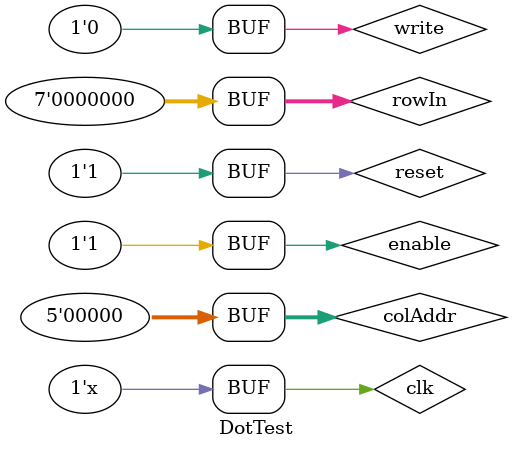
<source format=v>
`timescale 1ns / 1ps

/*
module DotTest;

	// Inputs
	reg [4:0] colIn;
	reg [6:0] rowIn;
	reg enable;
	reg write;
	reg reset;
	reg clk;

	// Outputs
	wire [4:0] colReg;
	wire [6:0] rowReg;

	// Instantiate the Unit Under Test (UUT)
	DotController uut (
		.colIn(colIn), 
		.rowIn(rowIn), 
		.enable(enable), 
		.write(write), 
		.reset(reset), 
		.clk(clk), 
		.colReg(colReg), 
		.rowReg(rowReg)
	);

		initial begin
		// Initialize Inputs
		colIn = 0;
		rowIn = 0;
		enable = 0;
		write = 0; 
		clk = 0;
		reset = 1;
		
		#20;
		reset = 0;
		// Wait 100 ns for global reset to finish
		#100;
		reset = 1;
		#20;
		
		write = 1;
		enable = 1;
		#10;
		colIn = 5'b00001;
		rowIn = 7'b0000001;
		#10; 
		rowIn = 7'b1000001;
		#30; 
		rowIn = 7'b1100001;
		#30; 		

		write = 0;	
		#10;
		colIn = 5'b00000;
		rowIn = 7'b0000000;
		
		// Add stimulus here
	end
	
	always #5 clk = !clk;	 
      
endmodule

*/

module DotTest;

	// Inputs
	reg [4:0] colAddr;
	reg [6:0] rowIn;
	reg enable;
	reg write;
	reg reset;
	reg clk;

	// Outputs
	wire [4:0] colOut;
	wire [6:0] rowOut;

	// Instantiate the Unit Under Test (UUT)
	DotController uut (
		.colAddr(colAddr), 
		.rowIn(rowIn), 
		.enable(enable), 
		.write(write), 
		.reset(reset), 
		.clk(clk), 
		.colOut(colOut), 
		.rowOut(rowOut)
	);

		initial begin
		// Initialize Inputs
		colAddr = 0;
		rowIn = 0;
		enable = 0;
		write = 0; 
		clk = 0;
		reset = 1;
		
		#20;
		reset = 0;
		// Wait 100 ns for global reset to finish
		#100;
		reset = 1;
		#20;
		
		write = 1;
		enable = 1;
		#10;
		colAddr = 5'd1;
		rowIn = 7'b0000001;
		#10; 
		rowIn = 7'b1000001;
		#30; 
		rowIn = 7'b1100001;
		#30; 		

		write = 0;	
		#10;
		colAddr = 5'b00000;
		rowIn = 7'b0000000;
		
		// Add stimulus here
	end
	
	always #5 clk = !clk;	 
      
endmodule

</source>
